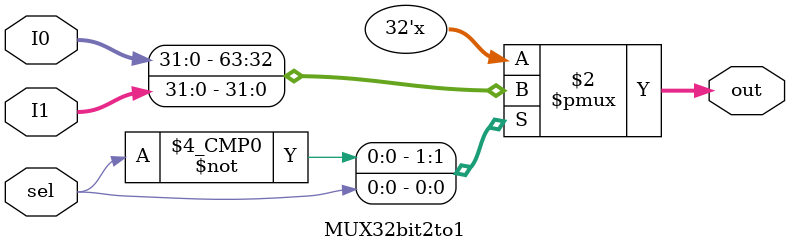
<source format=v>
module MUX32bit2to1(
    input [31:0] I0,
    input [31:0] I1,
    input sel,

    output reg [31:0] out
);
always@ (*) begin 
        case(sel) 
            1'b0: out <= I0;
            1'b1: out <= I1;
        endcase
    end
endmodule
</source>
